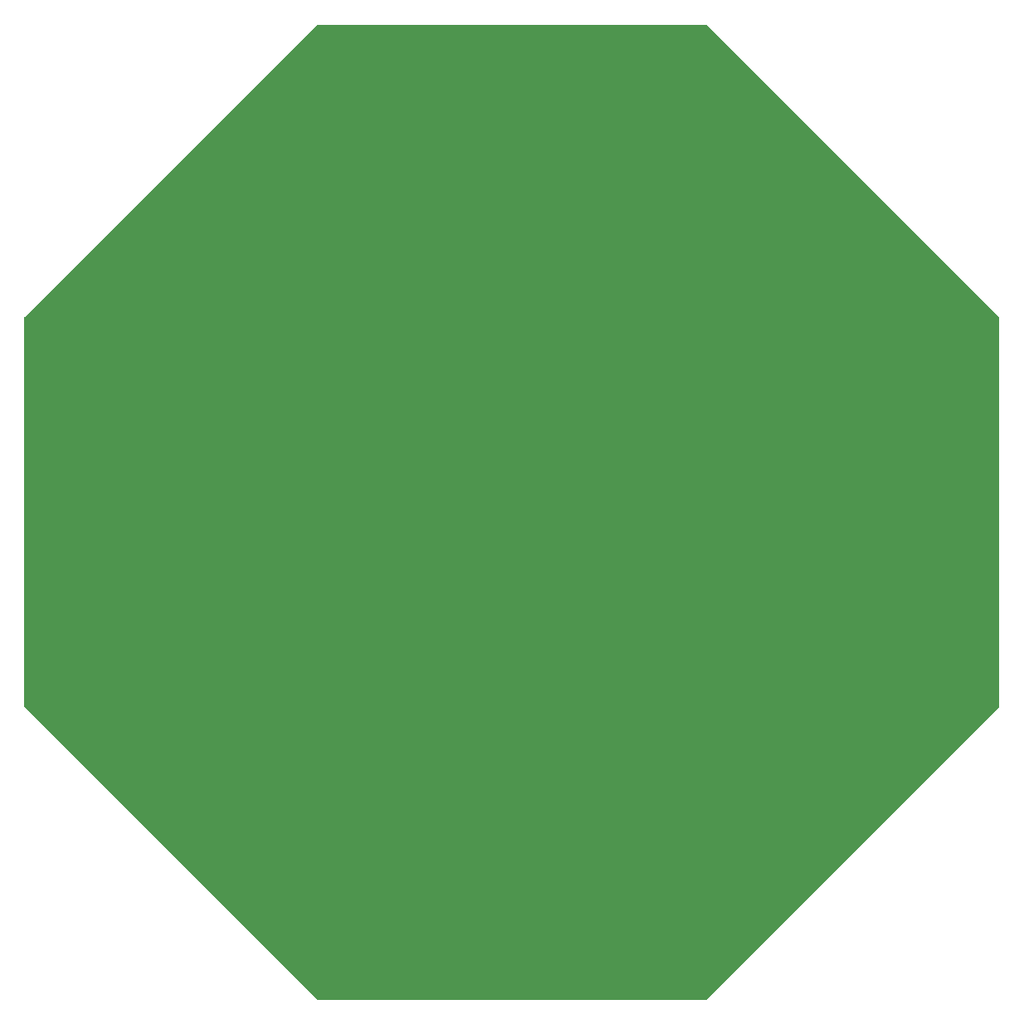
<source format=gbl>
G04 Layer: BottomLayer*
G04 EasyEDA v6.5.1, 2022-09-16 22:40:58*
G04 a67cddfb3fce44daa9051d46cbbcc19f,10*
G04 Gerber Generator version 0.2*
G04 Scale: 100 percent, Rotated: No, Reflected: No *
G04 Dimensions in millimeters *
G04 leading zeros omitted , absolute positions ,4 integer and 5 decimal *
%FSLAX45Y45*%
%MOMM*%

%ADD11C,0.6100*%

%LPD*%
G36*
X3014929Y25908D02*
G01*
X3011068Y26670D01*
X3007766Y28905D01*
X28905Y3007766D01*
X26670Y3011068D01*
X25908Y3014929D01*
X25908Y6985050D01*
X26670Y6988962D01*
X28905Y6992264D01*
X3007766Y9971125D01*
X3011068Y9973310D01*
X3014929Y9974072D01*
X6985050Y9974072D01*
X6988962Y9973310D01*
X6992264Y9971125D01*
X9971125Y6992264D01*
X9973310Y6988962D01*
X9974072Y6985050D01*
X9974072Y3014929D01*
X9973310Y3011068D01*
X9971125Y3007766D01*
X6992264Y28905D01*
X6988962Y26670D01*
X6985050Y25908D01*
G37*

%LPD*%
D11*
G01*
X107213Y6392697D03*
G01*
X107213Y5892698D03*
G01*
X107213Y5392699D03*
G01*
X107213Y4892700D03*
G01*
X107213Y4392701D03*
G01*
X107213Y3892702D03*
G01*
X107213Y3392703D03*
G01*
X607212Y6892696D03*
G01*
X607212Y6392697D03*
G01*
X607212Y5892698D03*
G01*
X607212Y5392699D03*
G01*
X607212Y4892700D03*
G01*
X607212Y4392701D03*
G01*
X607212Y3892702D03*
G01*
X607212Y3392703D03*
G01*
X607212Y2892679D03*
G01*
X1107211Y7392695D03*
G01*
X1107211Y6892696D03*
G01*
X1107211Y6392697D03*
G01*
X1107211Y5892698D03*
G01*
X1107211Y5392699D03*
G01*
X1107211Y4892700D03*
G01*
X1107211Y4392701D03*
G01*
X1107211Y3892702D03*
G01*
X1107211Y3392703D03*
G01*
X1107211Y2892679D03*
G01*
X1107211Y2392679D03*
G01*
X1607210Y7892694D03*
G01*
X1607210Y7392695D03*
G01*
X1607210Y6892696D03*
G01*
X1607210Y6392697D03*
G01*
X1607210Y5892698D03*
G01*
X1607210Y5392699D03*
G01*
X1607210Y4892700D03*
G01*
X1607210Y4392701D03*
G01*
X1607210Y3892702D03*
G01*
X1607210Y3392703D03*
G01*
X1607210Y2892679D03*
G01*
X1607210Y2392679D03*
G01*
X1607210Y1892680D03*
G01*
X2107209Y8392693D03*
G01*
X2107209Y7892694D03*
G01*
X2107209Y7392695D03*
G01*
X2107209Y6892696D03*
G01*
X2107209Y6392697D03*
G01*
X2107209Y5892698D03*
G01*
X2107209Y5392699D03*
G01*
X2107209Y4892700D03*
G01*
X2107209Y4392701D03*
G01*
X2107209Y3892702D03*
G01*
X2107209Y3392703D03*
G01*
X2107209Y2892679D03*
G01*
X2107209Y2392679D03*
G01*
X2107209Y1892680D03*
G01*
X2107209Y1392681D03*
G01*
X2607208Y8892692D03*
G01*
X2607208Y8392693D03*
G01*
X2607208Y7892694D03*
G01*
X2607208Y7392695D03*
G01*
X2607208Y6892696D03*
G01*
X2607208Y6392697D03*
G01*
X2607208Y5892698D03*
G01*
X2607208Y5392699D03*
G01*
X2607208Y4892700D03*
G01*
X2607208Y4392701D03*
G01*
X2607208Y3892702D03*
G01*
X2607208Y3392703D03*
G01*
X2607208Y2892679D03*
G01*
X2607208Y2392679D03*
G01*
X2607208Y1892680D03*
G01*
X2607208Y1392681D03*
G01*
X2607208Y892682D03*
G01*
X3107207Y9392691D03*
G01*
X3107207Y8892692D03*
G01*
X3107207Y8392693D03*
G01*
X3107207Y7892694D03*
G01*
X3107207Y7392695D03*
G01*
X3107207Y6892696D03*
G01*
X3107207Y6392697D03*
G01*
X3107207Y5892698D03*
G01*
X3107207Y5392699D03*
G01*
X3107207Y4892700D03*
G01*
X3107207Y4392701D03*
G01*
X3107207Y3892702D03*
G01*
X3107207Y3392703D03*
G01*
X3107207Y2892679D03*
G01*
X3107207Y2392679D03*
G01*
X3107207Y1892680D03*
G01*
X3107207Y1392681D03*
G01*
X3107207Y892682D03*
G01*
X3107207Y392684D03*
G01*
X3607206Y9892690D03*
G01*
X3607206Y9392691D03*
G01*
X3607206Y8892692D03*
G01*
X3607206Y8392693D03*
G01*
X3607206Y7892694D03*
G01*
X3607206Y7392695D03*
G01*
X3607206Y6892696D03*
G01*
X3607206Y6392697D03*
G01*
X3607206Y5892698D03*
G01*
X3607206Y5392699D03*
G01*
X3607206Y4892700D03*
G01*
X3607206Y4392701D03*
G01*
X3607206Y3892702D03*
G01*
X3607206Y3392703D03*
G01*
X3607206Y2892679D03*
G01*
X3607206Y2392679D03*
G01*
X3607206Y1892680D03*
G01*
X3607206Y1392681D03*
G01*
X3607206Y892682D03*
G01*
X3607206Y392684D03*
G01*
X4107205Y9892690D03*
G01*
X4107205Y9392691D03*
G01*
X4107205Y8892692D03*
G01*
X4107205Y8392693D03*
G01*
X4107205Y7892694D03*
G01*
X4107205Y7392695D03*
G01*
X4107205Y6892696D03*
G01*
X4107205Y6392697D03*
G01*
X4107205Y5892698D03*
G01*
X4107205Y5392699D03*
G01*
X4107205Y4892700D03*
G01*
X4107205Y4392701D03*
G01*
X4107205Y3892702D03*
G01*
X4107205Y3392703D03*
G01*
X4107205Y2892679D03*
G01*
X4107205Y2392679D03*
G01*
X4107205Y1892680D03*
G01*
X4107205Y1392681D03*
G01*
X4107205Y892682D03*
G01*
X4107205Y392684D03*
G01*
X4607204Y9892690D03*
G01*
X4607204Y9392691D03*
G01*
X4607204Y8892692D03*
G01*
X4607204Y8392693D03*
G01*
X4607204Y7892694D03*
G01*
X4607204Y7392695D03*
G01*
X4607204Y6892696D03*
G01*
X4607204Y6392697D03*
G01*
X4607204Y5892698D03*
G01*
X4607204Y5392699D03*
G01*
X4607204Y4892700D03*
G01*
X4607204Y4392701D03*
G01*
X4607204Y3892702D03*
G01*
X4607204Y3392703D03*
G01*
X4607204Y2892679D03*
G01*
X4607204Y2392679D03*
G01*
X4607204Y1892680D03*
G01*
X4607204Y1392681D03*
G01*
X4607204Y892682D03*
G01*
X4607204Y392684D03*
G01*
X5107203Y9892690D03*
G01*
X5107203Y9392691D03*
G01*
X5107203Y8892692D03*
G01*
X5107203Y8392693D03*
G01*
X5107203Y7892694D03*
G01*
X5107203Y7392695D03*
G01*
X5107203Y6892696D03*
G01*
X5107203Y6392697D03*
G01*
X5107203Y5892698D03*
G01*
X5107203Y5392699D03*
G01*
X5107203Y4892700D03*
G01*
X5107203Y4392701D03*
G01*
X5107203Y3892702D03*
G01*
X5107203Y3392703D03*
G01*
X5107203Y2892679D03*
G01*
X5107203Y2392679D03*
G01*
X5107203Y1892680D03*
G01*
X5107203Y1392681D03*
G01*
X5107203Y892682D03*
G01*
X5107203Y392684D03*
G01*
X5607202Y9892690D03*
G01*
X5607202Y9392691D03*
G01*
X5607202Y8892692D03*
G01*
X5607202Y8392693D03*
G01*
X5607202Y7892694D03*
G01*
X5607202Y7392695D03*
G01*
X5607202Y6892696D03*
G01*
X5607202Y6392697D03*
G01*
X5607202Y5892698D03*
G01*
X5607202Y5392699D03*
G01*
X5607202Y4892700D03*
G01*
X5607202Y4392701D03*
G01*
X5607202Y3892702D03*
G01*
X5607202Y3392703D03*
G01*
X5607202Y2892679D03*
G01*
X5607202Y2392679D03*
G01*
X5607202Y1892680D03*
G01*
X5607202Y1392681D03*
G01*
X5607202Y892682D03*
G01*
X5607202Y392684D03*
G01*
X6107201Y9892690D03*
G01*
X6107201Y9392691D03*
G01*
X6107201Y8892692D03*
G01*
X6107201Y8392693D03*
G01*
X6107201Y7892694D03*
G01*
X6107201Y7392695D03*
G01*
X6107201Y6892696D03*
G01*
X6107201Y6392697D03*
G01*
X6107201Y5892698D03*
G01*
X6107201Y5392699D03*
G01*
X6107201Y4892700D03*
G01*
X6107201Y4392701D03*
G01*
X6107201Y3892702D03*
G01*
X6107201Y3392703D03*
G01*
X6107201Y2892679D03*
G01*
X6107201Y2392679D03*
G01*
X6107201Y1892680D03*
G01*
X6107201Y1392681D03*
G01*
X6107201Y892682D03*
G01*
X6107201Y392684D03*
G01*
X6607200Y9892690D03*
G01*
X6607200Y9392691D03*
G01*
X6607200Y8892692D03*
G01*
X6607200Y8392693D03*
G01*
X6607200Y7892694D03*
G01*
X6607200Y7392695D03*
G01*
X6607200Y6892696D03*
G01*
X6607200Y6392697D03*
G01*
X6607200Y5892698D03*
G01*
X6607200Y5392699D03*
G01*
X6607200Y4892700D03*
G01*
X6607200Y4392701D03*
G01*
X6607200Y3892702D03*
G01*
X6607200Y3392703D03*
G01*
X6607200Y2892679D03*
G01*
X6607200Y2392679D03*
G01*
X6607200Y1892680D03*
G01*
X6607200Y1392681D03*
G01*
X6607200Y892682D03*
G01*
X6607200Y392684D03*
G01*
X7107199Y9392691D03*
G01*
X7107199Y8892692D03*
G01*
X7107199Y8392693D03*
G01*
X7107199Y7892694D03*
G01*
X7107199Y7392695D03*
G01*
X7107199Y6892696D03*
G01*
X7107199Y6392697D03*
G01*
X7107199Y5892698D03*
G01*
X7107199Y5392699D03*
G01*
X7107199Y4892700D03*
G01*
X7107199Y4392701D03*
G01*
X7107199Y3892702D03*
G01*
X7107199Y3392703D03*
G01*
X7107199Y2892679D03*
G01*
X7107199Y2392679D03*
G01*
X7107199Y1892680D03*
G01*
X7107199Y1392681D03*
G01*
X7107199Y892682D03*
G01*
X7607198Y8892692D03*
G01*
X7607198Y8392693D03*
G01*
X7607198Y7892694D03*
G01*
X7607198Y7392695D03*
G01*
X7607198Y6892696D03*
G01*
X7607198Y6392697D03*
G01*
X7607198Y5892698D03*
G01*
X7607198Y5392699D03*
G01*
X7607198Y4892700D03*
G01*
X7607198Y4392701D03*
G01*
X7607198Y3892702D03*
G01*
X7607198Y3392703D03*
G01*
X7607198Y2892679D03*
G01*
X7607198Y2392679D03*
G01*
X7607198Y1892680D03*
G01*
X7607198Y1392681D03*
G01*
X8107197Y8392693D03*
G01*
X8107197Y7892694D03*
G01*
X8107197Y7392695D03*
G01*
X8107197Y6892696D03*
G01*
X8107197Y6392697D03*
G01*
X8107197Y5892698D03*
G01*
X8107197Y5392699D03*
G01*
X8107197Y4892700D03*
G01*
X8107197Y4392701D03*
G01*
X8107197Y3892702D03*
G01*
X8107197Y3392703D03*
G01*
X8107197Y2892679D03*
G01*
X8107197Y2392679D03*
G01*
X8107197Y1892680D03*
G01*
X8607196Y7892694D03*
G01*
X8607196Y7392695D03*
G01*
X8607196Y6892696D03*
G01*
X8607196Y6392697D03*
G01*
X8607196Y5892698D03*
G01*
X8607196Y5392699D03*
G01*
X8607196Y4892700D03*
G01*
X8607196Y4392701D03*
G01*
X8607196Y3892702D03*
G01*
X8607196Y3392703D03*
G01*
X8607196Y2892679D03*
G01*
X8607196Y2392679D03*
G01*
X9107195Y7392695D03*
G01*
X9107195Y6892696D03*
G01*
X9107195Y6392697D03*
G01*
X9107195Y5892698D03*
G01*
X9107195Y5392699D03*
G01*
X9107195Y4892700D03*
G01*
X9107195Y4392701D03*
G01*
X9107195Y3892702D03*
G01*
X9107195Y3392703D03*
G01*
X9107195Y2892679D03*
G01*
X9607219Y6892696D03*
G01*
X9607219Y6392697D03*
G01*
X9607219Y5892698D03*
G01*
X9607219Y5392699D03*
G01*
X9607219Y4892700D03*
G01*
X9607219Y4392701D03*
G01*
X9607219Y3892702D03*
G01*
X9607219Y3392703D03*
G01*
X107213Y6392697D03*
G01*
X107213Y5892698D03*
G01*
X107213Y5392699D03*
G01*
X107213Y4892700D03*
G01*
X107213Y4392701D03*
G01*
X107213Y3892702D03*
G01*
X107213Y3392703D03*
G01*
X607212Y6892696D03*
G01*
X607212Y6392697D03*
G01*
X607212Y5892698D03*
G01*
X607212Y5392699D03*
G01*
X607212Y4892700D03*
G01*
X607212Y4392701D03*
G01*
X607212Y3892702D03*
G01*
X607212Y3392703D03*
G01*
X607212Y2892679D03*
G01*
X1107211Y7392695D03*
G01*
X1107211Y6892696D03*
G01*
X1107211Y6392697D03*
G01*
X1107211Y5892698D03*
G01*
X1107211Y5392699D03*
G01*
X1107211Y4892700D03*
G01*
X1107211Y4392701D03*
G01*
X1107211Y3892702D03*
G01*
X1107211Y3392703D03*
G01*
X1107211Y2892679D03*
G01*
X1107211Y2392679D03*
G01*
X1607210Y7892694D03*
G01*
X1607210Y7392695D03*
G01*
X1607210Y6892696D03*
G01*
X1607210Y6392697D03*
G01*
X1607210Y5892698D03*
G01*
X1607210Y5392699D03*
G01*
X1607210Y4892700D03*
G01*
X1607210Y4392701D03*
G01*
X1607210Y3892702D03*
G01*
X1607210Y3392703D03*
G01*
X1607210Y2892679D03*
G01*
X1607210Y2392679D03*
G01*
X1607210Y1892680D03*
G01*
X2107209Y8392693D03*
G01*
X2107209Y7892694D03*
G01*
X2107209Y7392695D03*
G01*
X2107209Y6892696D03*
G01*
X2107209Y6392697D03*
G01*
X2107209Y5892698D03*
G01*
X2107209Y5392699D03*
G01*
X2107209Y4892700D03*
G01*
X2107209Y4392701D03*
G01*
X2107209Y3892702D03*
G01*
X2107209Y3392703D03*
G01*
X2107209Y2892679D03*
G01*
X2107209Y2392679D03*
G01*
X2107209Y1892680D03*
G01*
X2107209Y1392681D03*
G01*
X2607208Y8892692D03*
G01*
X2607208Y8392693D03*
G01*
X2607208Y7892694D03*
G01*
X2607208Y7392695D03*
G01*
X2607208Y6892696D03*
G01*
X2607208Y6392697D03*
G01*
X2607208Y5892698D03*
G01*
X2607208Y5392699D03*
G01*
X2607208Y4892700D03*
G01*
X2607208Y4392701D03*
G01*
X2607208Y3892702D03*
G01*
X2607208Y3392703D03*
G01*
X2607208Y2892679D03*
G01*
X2607208Y2392679D03*
G01*
X2607208Y1892680D03*
G01*
X2607208Y1392681D03*
G01*
X2607208Y892682D03*
G01*
X3107207Y9392691D03*
G01*
X3107207Y8892692D03*
G01*
X3107207Y8392693D03*
G01*
X3107207Y7892694D03*
G01*
X3107207Y7392695D03*
G01*
X3107207Y6892696D03*
G01*
X3107207Y6392697D03*
G01*
X3107207Y5892698D03*
G01*
X3107207Y5392699D03*
G01*
X3107207Y4892700D03*
G01*
X3107207Y4392701D03*
G01*
X3107207Y3892702D03*
G01*
X3107207Y3392703D03*
G01*
X3107207Y2892679D03*
G01*
X3107207Y2392679D03*
G01*
X3107207Y1892680D03*
G01*
X3107207Y1392681D03*
G01*
X3107207Y892682D03*
G01*
X3107207Y392684D03*
G01*
X3607206Y9892690D03*
G01*
X3607206Y9392691D03*
G01*
X3607206Y8892692D03*
G01*
X3607206Y8392693D03*
G01*
X3607206Y7892694D03*
G01*
X3607206Y7392695D03*
G01*
X3607206Y6892696D03*
G01*
X3607206Y6392697D03*
G01*
X3607206Y5892698D03*
G01*
X3607206Y5392699D03*
G01*
X3607206Y4892700D03*
G01*
X3607206Y4392701D03*
G01*
X3607206Y3892702D03*
G01*
X3607206Y3392703D03*
G01*
X3607206Y2892679D03*
G01*
X3607206Y2392679D03*
G01*
X3607206Y1892680D03*
G01*
X3607206Y1392681D03*
G01*
X3607206Y892682D03*
G01*
X3607206Y392684D03*
G01*
X4107205Y9892690D03*
G01*
X4107205Y9392691D03*
G01*
X4107205Y8892692D03*
G01*
X4107205Y8392693D03*
G01*
X4107205Y7892694D03*
G01*
X4107205Y7392695D03*
G01*
X4107205Y6892696D03*
G01*
X4107205Y6392697D03*
G01*
X4107205Y5892698D03*
G01*
X4107205Y5392699D03*
G01*
X4107205Y4892700D03*
G01*
X4107205Y4392701D03*
G01*
X4107205Y3892702D03*
G01*
X4107205Y3392703D03*
G01*
X4107205Y2892679D03*
G01*
X4107205Y2392679D03*
G01*
X4107205Y1892680D03*
G01*
X4107205Y1392681D03*
G01*
X4107205Y892682D03*
G01*
X4107205Y392684D03*
G01*
X4607204Y9892690D03*
G01*
X4607204Y9392691D03*
G01*
X4607204Y8892692D03*
G01*
X4607204Y8392693D03*
G01*
X4607204Y7892694D03*
G01*
X4607204Y7392695D03*
G01*
X4607204Y6892696D03*
G01*
X4607204Y6392697D03*
G01*
X4607204Y5892698D03*
G01*
X4607204Y5392699D03*
G01*
X4607204Y4892700D03*
G01*
X4607204Y4392701D03*
G01*
X4607204Y3892702D03*
G01*
X4607204Y3392703D03*
G01*
X4607204Y2892679D03*
G01*
X4607204Y2392679D03*
G01*
X4607204Y1892680D03*
G01*
X4607204Y1392681D03*
G01*
X4607204Y892682D03*
G01*
X4607204Y392684D03*
G01*
X5107203Y9892690D03*
G01*
X5107203Y9392691D03*
G01*
X5107203Y8892692D03*
G01*
X5107203Y8392693D03*
G01*
X5107203Y7892694D03*
G01*
X5107203Y7392695D03*
G01*
X5107203Y6892696D03*
G01*
X5107203Y6392697D03*
G01*
X5107203Y5892698D03*
G01*
X5107203Y5392699D03*
G01*
X5107203Y4892700D03*
G01*
X5107203Y4392701D03*
G01*
X5107203Y3892702D03*
G01*
X5107203Y3392703D03*
G01*
X5107203Y2892679D03*
G01*
X5107203Y2392679D03*
G01*
X5107203Y1892680D03*
G01*
X5107203Y1392681D03*
G01*
X5107203Y892682D03*
G01*
X5107203Y392684D03*
G01*
X5607202Y9892690D03*
G01*
X5607202Y9392691D03*
G01*
X5607202Y8892692D03*
G01*
X5607202Y8392693D03*
G01*
X5607202Y7892694D03*
G01*
X5607202Y7392695D03*
G01*
X5607202Y6892696D03*
G01*
X5607202Y6392697D03*
G01*
X5607202Y5892698D03*
G01*
X5607202Y5392699D03*
G01*
X5607202Y4892700D03*
G01*
X5607202Y4392701D03*
G01*
X5607202Y3892702D03*
G01*
X5607202Y3392703D03*
G01*
X5607202Y2892679D03*
G01*
X5607202Y2392679D03*
G01*
X5607202Y1892680D03*
G01*
X5607202Y1392681D03*
G01*
X5607202Y892682D03*
G01*
X5607202Y392684D03*
G01*
X6107201Y9892690D03*
G01*
X6107201Y9392691D03*
G01*
X6107201Y8892692D03*
G01*
X6107201Y8392693D03*
G01*
X6107201Y7892694D03*
G01*
X6107201Y7392695D03*
G01*
X6107201Y6892696D03*
G01*
X6107201Y6392697D03*
G01*
X6107201Y5892698D03*
G01*
X6107201Y5392699D03*
G01*
X6107201Y4892700D03*
G01*
X6107201Y4392701D03*
G01*
X6107201Y3892702D03*
G01*
X6107201Y3392703D03*
G01*
X6107201Y2892679D03*
G01*
X6107201Y2392679D03*
G01*
X6107201Y1892680D03*
G01*
X6107201Y1392681D03*
G01*
X6107201Y892682D03*
G01*
X6107201Y392684D03*
G01*
X6607200Y9892690D03*
G01*
X6607200Y9392691D03*
G01*
X6607200Y8892692D03*
G01*
X6607200Y8392693D03*
G01*
X6607200Y7892694D03*
G01*
X6607200Y7392695D03*
G01*
X6607200Y6892696D03*
G01*
X6607200Y6392697D03*
G01*
X6607200Y5892698D03*
G01*
X6607200Y5392699D03*
G01*
X6607200Y4892700D03*
G01*
X6607200Y4392701D03*
G01*
X6607200Y3892702D03*
G01*
X6607200Y3392703D03*
G01*
X6607200Y2892679D03*
G01*
X6607200Y2392679D03*
G01*
X6607200Y1892680D03*
G01*
X6607200Y1392681D03*
G01*
X6607200Y892682D03*
G01*
X6607200Y392684D03*
G01*
X7107199Y9392691D03*
G01*
X7107199Y8892692D03*
G01*
X7107199Y8392693D03*
G01*
X7107199Y7892694D03*
G01*
X7107199Y7392695D03*
G01*
X7107199Y6892696D03*
G01*
X7107199Y6392697D03*
G01*
X7107199Y5892698D03*
G01*
X7107199Y5392699D03*
G01*
X7107199Y4892700D03*
G01*
X7107199Y4392701D03*
G01*
X7107199Y3892702D03*
G01*
X7107199Y3392703D03*
G01*
X7107199Y2892679D03*
G01*
X7107199Y2392679D03*
G01*
X7107199Y1892680D03*
G01*
X7107199Y1392681D03*
G01*
X7107199Y892682D03*
G01*
X7607198Y8892692D03*
G01*
X7607198Y8392693D03*
G01*
X7607198Y7892694D03*
G01*
X7607198Y7392695D03*
G01*
X7607198Y6892696D03*
G01*
X7607198Y6392697D03*
G01*
X7607198Y5892698D03*
G01*
X7607198Y5392699D03*
G01*
X7607198Y4892700D03*
G01*
X7607198Y4392701D03*
G01*
X7607198Y3892702D03*
G01*
X7607198Y3392703D03*
G01*
X7607198Y2892679D03*
G01*
X7607198Y2392679D03*
G01*
X7607198Y1892680D03*
G01*
X7607198Y1392681D03*
G01*
X8107197Y8392693D03*
G01*
X8107197Y7892694D03*
G01*
X8107197Y7392695D03*
G01*
X8107197Y6892696D03*
G01*
X8107197Y6392697D03*
G01*
X8107197Y5892698D03*
G01*
X8107197Y5392699D03*
G01*
X8107197Y4892700D03*
G01*
X8107197Y4392701D03*
G01*
X8107197Y3892702D03*
G01*
X8107197Y3392703D03*
G01*
X8107197Y2892679D03*
G01*
X8107197Y2392679D03*
G01*
X8107197Y1892680D03*
G01*
X8607196Y7892694D03*
G01*
X8607196Y7392695D03*
G01*
X8607196Y6892696D03*
G01*
X8607196Y6392697D03*
G01*
X8607196Y5892698D03*
G01*
X8607196Y5392699D03*
G01*
X8607196Y4892700D03*
G01*
X8607196Y4392701D03*
G01*
X8607196Y3892702D03*
G01*
X8607196Y3392703D03*
G01*
X8607196Y2892679D03*
G01*
X8607196Y2392679D03*
G01*
X9107195Y7392695D03*
G01*
X9107195Y6892696D03*
G01*
X9107195Y6392697D03*
G01*
X9107195Y5892698D03*
G01*
X9107195Y5392699D03*
G01*
X9107195Y4892700D03*
G01*
X9107195Y4392701D03*
G01*
X9107195Y3892702D03*
G01*
X9107195Y3392703D03*
G01*
X9107195Y2892679D03*
G01*
X9607219Y6892696D03*
G01*
X9607219Y6392697D03*
G01*
X9607219Y5892698D03*
G01*
X9607219Y5392699D03*
G01*
X9607219Y4892700D03*
G01*
X9607219Y4392701D03*
G01*
X9607219Y3892702D03*
G01*
X9607219Y3392703D03*
M02*

</source>
